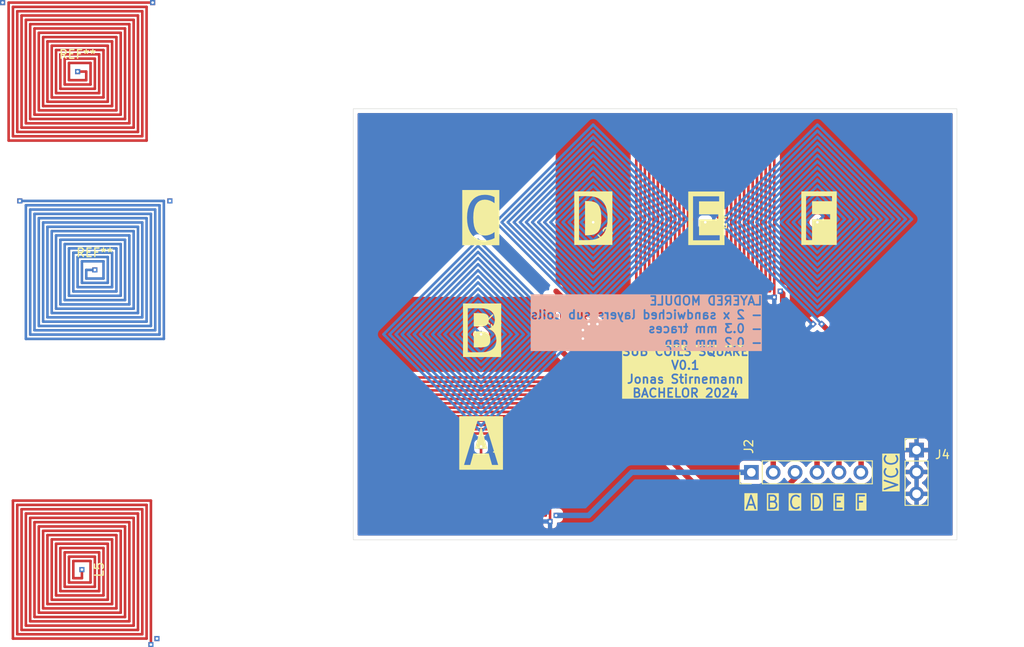
<source format=kicad_pcb>
(kicad_pcb (version 20240108) (generator "pcbnew") (generator_version "8.0")
  (layers (0 "F.Cu" signal) (1 "In1.Cu" signal) (2 "In2.Cu" signal) (31 "B.Cu" signal) (34 "B.Paste" user) (35 "F.Paste" user) (36 "B.SilkS" user "B.Silkscreen") (37 "F.SilkS" user "F.Silkscreen") (38 "B.Mask" user) (39 "F.Mask" user) (44 "Edge.Cuts" user))
  (net 0 "")
  (net 1 "/C")
  (net 2 "/E")
  (net 3 "/A")
  (net 4 "/B")
  (net 5 "/F")
  (net 6 "/D")
  (net 7 "VCC")
  (footprint "coil" (layer "F.Cu") (at 41.5 53)
    (property "Reference" "REF**" (at 0 -2 0) (layer "F.SilkS"))
    (property "Value" "coil")
    (fp_line (start -8.7 -8) (end 8 -8) (stroke (width 0.3)) (layer "B.Cu"))
    (fp_line (start -8 -7.5) (end 7.5 -7.5) (stroke (width 0.3)) (layer "B.Cu"))
    (fp_line (start -8 8) (end -8 -7.5) (stroke (width 0.3)) (layer "B.Cu"))
    (fp_line (start -7.5 -7) (end 7 -7) (stroke (width 0.3)) (layer "B.Cu"))
    (fp_line (start -7.5 7.5) (end -7.5 -7) (stroke (width 0.3)) (layer "B.Cu"))
    (fp_line (start -7 -6.5) (end 6.5 -6.5) (stroke (width 0.3)) (layer "B.Cu"))
    (fp_line (start -7 7) (end -7 -6.5) (stroke (width 0.3)) (layer "B.Cu"))
    (fp_line (start -6.5 -6) (end 6 -6) (stroke (width 0.3)) (layer "B.Cu"))
    (fp_line (start -6.5 6.5) (end -6.5 -6) (stroke (width 0.3)) (layer "B.Cu"))
    (fp_line (start -6 -5.5) (end 5.5 -5.5) (stroke (width 0.3)) (layer "B.Cu"))
    (fp_line (start -6 6) (end -6 -5.5) (stroke (width 0.3)) (layer "B.Cu"))
    (fp_line (start -5.5 -5) (end 5 -5) (stroke (width 0.3)) (layer "B.Cu"))
    (fp_line (start -5.5 5.5) (end -5.5 -5) (stroke (width 0.3)) (layer "B.Cu"))
    (fp_line (start -5 -4.5) (end 4.5 -4.5) (stroke (width 0.3)) (layer "B.Cu"))
    (fp_line (start -5 5) (end -5 -4.5) (stroke (width 0.3)) (layer "B.Cu"))
    (fp_line (start -4.5 -4) (end 4 -4) (stroke (width 0.3)) (layer "B.Cu"))
    (fp_line (start -4.5 4.5) (end -4.5 -4) (stroke (width 0.3)) (layer "B.Cu"))
    (fp_line (start -4 -3.5) (end 3.5 -3.5) (stroke (width 0.3)) (layer "B.Cu"))
    (fp_line (start -4 4) (end -4 -3.5) (stroke (width 0.3)) (layer "B.Cu"))
    (fp_line (start -3.5 -3) (end 3 -3) (stroke (width 0.3)) (layer "B.Cu"))
    (fp_line (start -3.5 3.5) (end -3.5 -3) (stroke (width 0.3)) (layer "B.Cu"))
    (fp_line (start -3 -2.5) (end 2.5 -2.5) (stroke (width 0.3)) (layer "B.Cu"))
    (fp_line (start -3 3) (end -3 -2.5) (stroke (width 0.3)) (layer "B.Cu"))
    (fp_line (start -2.5 -2) (end 2 -2) (stroke (width 0.3)) (layer "B.Cu"))
    (fp_line (start -2.5 2.5) (end -2.5 -2) (stroke (width 0.3)) (layer "B.Cu"))
    (fp_line (start -2 -1.5) (end 1.5 -1.5) (stroke (width 0.3)) (layer "B.Cu"))
    (fp_line (start -2 2) (end -2 -1.5) (stroke (width 0.3)) (layer "B.Cu"))
    (fp_line (start -1.5 -1) (end 1 -1) (stroke (width 0.3)) (layer "B.Cu"))
    (fp_line (start -1.5 1.5) (end -1.5 -1) (stroke (width 0.3)) (layer "B.Cu"))
    (fp_line (start -1 0) (end 0 0) (stroke (width 0.3)) (layer "B.Cu"))
    (fp_line (start -1 1) (end -1 0) (stroke (width 0.3)) (layer "B.Cu"))
    (fp_line (start 1 -1) (end 1 1) (stroke (width 0.3)) (layer "B.Cu"))
    (fp_line (start 1 1) (end -1 1) (stroke (width 0.3)) (layer "B.Cu"))
    (fp_line (start 1.5 -1.5) (end 1.5 1.5) (stroke (width 0.3)) (layer "B.Cu"))
    (fp_line (start 1.5 1.5) (end -1.5 1.5) (stroke (width 0.3)) (layer "B.Cu"))
    (fp_line (start 2 -2) (end 2 2) (stroke (width 0.3)) (layer "B.Cu"))
    (fp_line (start 2 2) (end -2 2) (stroke (width 0.3)) (layer "B.Cu"))
    (fp_line (start 2.5 -2.5) (end 2.5 2.5) (stroke (width 0.3)) (layer "B.Cu"))
    (fp_line (start 2.5 2.5) (end -2.5 2.5) (stroke (width 0.3)) (layer "B.Cu"))
    (fp_line (start 3 -3) (end 3 3) (stroke (width 0.3)) (layer "B.Cu"))
    (fp_line (start 3 3) (end -3 3) (stroke (width 0.3)) (layer "B.Cu"))
    (fp_line (start 3.5 -3.5) (end 3.5 3.5) (stroke (width 0.3)) (layer "B.Cu"))
    (fp_line (start 3.5 3.5) (end -3.5 3.5) (stroke (width 0.3)) (layer "B.Cu"))
    (fp_line (start 4 -4) (end 4 4) (stroke (width 0.3)) (layer "B.Cu"))
    (fp_line (start 4 4) (end -4 4) (stroke (width 0.3)) (layer "B.Cu"))
    (fp_line (start 4.5 -4.5) (end 4.5 4.5) (stroke (width 0.3)) (layer "B.Cu"))
    (fp_line (start 4.5 4.5) (end -4.5 4.5) (stroke (width 0.3)) (layer "B.Cu"))
    (fp_line (start 5 -5) (end 5 5) (stroke (width 0.3)) (layer "B.Cu"))
    (fp_line (start 5 5) (end -5 5) (stroke (width 0.3)) (layer "B.Cu"))
    (fp_line (start 5.5 -5.5) (end 5.5 5.5) (stroke (width 0.3)) (layer "B.Cu"))
    (fp_line (start 5.5 5.5) (end -5.5 5.5) (stroke (width 0.3)) (layer "B.Cu"))
    (fp_line (start 6 -6) (end 6 6) (stroke (width 0.3)) (layer "B.Cu"))
    (fp_line (start 6 6) (end -6 6) (stroke (width 0.3)) (layer "B.Cu"))
    (fp_line (start 6.5 -6.5) (end 6.5 6.5) (stroke (width 0.3)) (layer "B.Cu"))
    (fp_line (start 6.5 6.5) (end -6.5 6.5) (stroke (width 0.3)) (layer "B.Cu"))
    (fp_line (start 7 -7) (end 7 7) (stroke (width 0.3)) (layer "B.Cu"))
    (fp_line (start 7 7) (end -7 7) (stroke (width 0.3)) (layer "B.Cu"))
    (fp_line (start 7.5 -7.5) (end 7.5 7.5) (stroke (width 0.3)) (layer "B.Cu"))
    (fp_line (start 7.5 7.5) (end -7.5 7.5) (stroke (width 0.3)) (layer "B.Cu"))
    (fp_line (start 8 -8) (end 8 8) (stroke (width 0.3)) (layer "B.Cu"))
    (fp_line (start 8 8) (end -8 8) (stroke (width 0.3)) (layer "B.Cu"))
    (pad "1" thru_hole rect (at 0 0) (size 0.6 0.6) (drill 0.3) (layers "*.Cu" "*.Mask"))
    (pad "2" thru_hole rect (at 8.7 -8) (size 0.6 0.6) (drill 0.3) (layers "*.Cu" "*.Mask"))
    (pad "3" thru_hole rect (at -8.7 -8) (size 0.6 0.6) (drill 0.3) (layers "*.Cu" "*.Mask"))
  )
  (footprint "sub_coils:sub_coil" (layer "F.Cu") (at 86.285025 60.471317 -45)
    (property "Reference" "L3" (at 0 -2.000001 135) (layer "F.SilkS"))
    (property "Value" "sub_coil")
    (fp_line (start -8 8) (end -8 -7.5) (stroke (width 0.3)) (layer "B.Cu"))
    (fp_line (start -7.5 7.5) (end -7.499999 -7) (stroke (width 0.3)) (layer "B.Cu"))
    (fp_line (start -7 7) (end -7 -6.500001) (stroke (width 0.3)) (layer "B.Cu"))
    (fp_line (start -6.5 6.5) (end -6.5 -6) (stroke (width 0.3)) (layer "B.Cu"))
    (fp_line (start -6 6) (end -6 -5.5) (stroke (width 0.3)) (layer "B.Cu"))
    (fp_line (start -5.5 5.5) (end -5.5 -5) (stroke (width 0.3)) (layer "B.Cu"))
    (fp_line (start -5 5) (end -4.999999 -4.5) (stroke (width 0.3)) (layer "B.Cu"))
    (fp_line (start -4.5 4.5) (end -4.5 -4.000001) (stroke (width 0.3)) (layer "B.Cu"))
    (fp_line (start -4 4) (end -4 -3.5) (stroke (width 0.3)) (layer "B.Cu"))
    (fp_line (start -3.5 3.5) (end -3.5 -3) (stroke (width 0.3)) (layer "B.Cu"))
    (fp_line (start -3 3) (end -3 -2.5) (stroke (width 0.3)) (layer "B.Cu"))
    (fp_line (start -2.5 2.5) (end -2.5 -2.000001) (stroke (width 0.3)) (layer "B.Cu"))
    (fp_line (start -2 2) (end -2 -1.5) (stroke (width 0.3)) (layer "B.Cu"))
    (fp_line (start -1.5 1.5) (end -1.5 -1) (stroke (width 0.3)) (layer "B.Cu"))
    (fp_line (start -1 1) (end -1 0) (stroke (width 0.3)) (layer "B.Cu"))
    (fp_line (start -1 0) (end 0 0) (stroke (width 0.3)) (layer "B.Cu"))
    (fp_line (start -8 -7.5) (end 7.5 -7.5) (stroke (width 0.3)) (layer "B.Cu"))
    (fp_line (start -7.499999 -7) (end 7 -7) (stroke (width 0.3)) (layer "B.Cu"))
    (fp_line (start -7 -6.500001) (end 6.5 -6.5) (stroke (width 0.3)) (layer "B.Cu"))
    (fp_line (start -6.5 -6) (end 6 -6) (stroke (width 0.3)) (layer "B.Cu"))
    (fp_line (start -6 -5.5) (end 5.5 -5.5) (stroke (width 0.3)) (layer "B.Cu"))
    (fp_line (start -5.5 -5) (end 5 -5) (stroke (width 0.3)) (layer "B.Cu"))
    (fp_line (start -4.999999 -4.5) (end 4.5 -4.5) (stroke (width 0.3)) (layer "B.Cu"))
    (fp_line (start -4.5 -4.000001) (end 4 -4) (stroke (width 0.3)) (layer "B.Cu"))
    (fp_line (start -4 -3.5) (end 3.5 -3.5) (stroke (width 0.3)) (layer "B.Cu"))
    (fp_line (start -3.5 -3) (end 3 -3) (stroke (width 0.3)) (layer "B.Cu"))
    (fp_line (start -3 -2.5) (end 2.5 -2.5) (stroke (width 0.3)) (layer "B.Cu"))
    (fp_line (start -2.5 -2.000001) (end 2 -2) (stroke (width 0.3)) (layer "B.Cu"))
    (fp_line (start -2 -1.5) (end 1.5 -1.5) (stroke (width 0.3)) (layer "B.Cu"))
    (fp_line (start -1.5 -1) (end 1 -1) (stroke (width 0.3)) (layer "B.Cu"))
    (fp_line (start 1 1) (end -1 1) (stroke (width 0.3)) (layer "B.Cu"))
    (fp_line (start 1.5 1.5) (end -1.5 1.5) (stroke (width 0.3)) (layer "B.Cu"))
    (fp_line (start 2 2) (end -2 2) (stroke (width 0.3)) (layer "B.Cu"))
    (fp_line (start 2.5 2.5) (end -2.5 2.5) (stroke (width 0.3)) (layer "B.Cu"))
    (fp_line (start 3 3) (end -3 3) (stroke (width 0.3)) (layer "B.Cu"))
    (fp_line (start 3.5 3.5) (end -3.5 3.5) (stroke (width 0.3)) (layer "B.Cu"))
    (fp_line (start 4 4) (end -4 4) (stroke (width 0.3)) (layer "B.Cu"))
    (fp_line (start 4.5 4.5) (end -4.5 4.5) (stroke (width 0.3)) (layer "B.Cu"))
    (fp_line (start 5 5) (end -5 5) (stroke (width 0.3)) (layer "B.Cu"))
    (fp_line (start 5.5 5.5) (end -5.5 5.5) (stroke (width 0.3)) (layer "B.Cu"))
    (fp_line (start 6 6) (end -6 6) (stroke (width 0.3)) (layer "B.Cu"))
    (fp_line (start 6.5 6.5) (end -6.5 6.5) (stroke (width 0.3)) (layer "B.Cu"))
    (fp_line (start 7 7) (end -7 7) (stroke (width 0.3)) (layer "B.Cu"))
    (fp_line (start 7.5 7.5) (end -7.5 7.5) (stroke (width 0.3)) (layer "B.Cu"))
    (fp_line (start 8 8) (end -8 8) (stroke (width 0.3)) (layer "B.Cu"))
    (fp_line (start 1 -1) (end 1 1) (stroke (width 0.3)) (layer "B.Cu"))
    (fp_line (start 1.5 -1.5) (end 1.5 1.5) (stroke (width 0.3)) (layer "B.Cu"))
    (fp_line (start 2 -2) (end 2 2) (stroke (width 0.3)) (layer "B.Cu"))
    (fp_line (start 2.5 -2.5) (end 2.5 2.5) (stroke (width 0.3)) (layer "B.Cu"))
    (fp_line (start 3 -3) (end 3 3) (stroke (width 0.3)) (layer "B.Cu"))
    (fp_line (start 3.5 -3.5) (end 3.5 3.5) (stroke (width 0.3)) (layer "B.Cu"))
    (fp_line (start 4 -4) (end 4 4) (stroke (width 0.3)) (layer "B.Cu"))
    (fp_line (start 4.5 -4.5) (end 4.5 4.5) (stroke (width 0.3)) (layer "B.Cu"))
    (fp_line (start 5 -5) (end 5 5) (stroke (width 0.3)) (layer "B.Cu"))
    (fp_line (start 5.5 -5.5) (end 5.5 5.5) (stroke (width 0.3)) (layer "B.Cu"))
    (fp_line (start 6 -6) (end 6 6) (stroke (width 0.3)) (layer "B.Cu"))
    (fp_line (start 6.5 -6.5) (end 6.5 6.5) (stroke (width 0.3)) (layer "B.Cu"))
    (fp_line (start 7 -7) (end 7 7) (stroke (width 0.3)) (layer "B.Cu"))
    (fp_line (start 7.5 -7.5) (end 7.5 7.5) (stroke (width 0.3)) (layer "B.Cu"))
    (fp_line (start 8 -8.7) (end 8 8) (stroke (width 0.3)) (layer "B.Cu"))
    (pad "" thru_hole rect (at 0 0 315) (size 0.6 0.6) (drill 0.3) (layers "*.Cu" "*.Mask"))
    (pad "1" thru_hole rect (at 8.7 -8 315) (size 0.6 0.6) (drill 0.3) (layers "*.Cu" "*.Mask") (net 7 "VCC"))
    (pad "2" thru_hole rect (at 8 -8.7 315) (size 0.6 0.6) (drill 0.3) (layers "*.Cu" "*.Mask") (net 4 "/B"))
  )
  (footprint "coil" (layer "F.Cu") (at 39.5 30)
    (property "Reference" "REF**" (at 0 -2 0) (layer "F.SilkS"))
    (property "Value" "coil")
    (fp_line (start -8 -8) (end -8 8) (stroke (width 0.3)) (layer "F.Cu"))
    (fp_line (start -8 8) (end 8 8) (stroke (width 0.3)) (layer "F.Cu"))
    (fp_line (start -7.5 -7.5) (end -7.5 7.5) (stroke (width 0.3)) (layer "F.Cu"))
    (fp_line (start -7.5 7.5) (end 7.5 7.5) (stroke (width 0.3)) (layer "F.Cu"))
    (fp_line (start -7 -7) (end -7 7) (stroke (width 0.3)) (layer "F.Cu"))
    (fp_line (start -7 7) (end 7 7) (stroke (width 0.3)) (layer "F.Cu"))
    (fp_line (start -6.5 -6.5) (end -6.5 6.5) (stroke (width 0.3)) (layer "F.Cu"))
    (fp_line (start -6.5 6.5) (end 6.5 6.5) (stroke (width 0.3)) (layer "F.Cu"))
    (fp_line (start -6 -6) (end -6 6) (stroke (width 0.3)) (layer "F.Cu"))
    (fp_line (start -6 6) (end 6 6) (stroke (width 0.3)) (layer "F.Cu"))
    (fp_line (start -5.5 -5.5) (end -5.5 5.5) (stroke (width 0.3)) (layer "F.Cu"))
    (fp_line (start -5.5 5.5) (end 5.5 5.5) (stroke (width 0.3)) (layer "F.Cu"))
    (fp_line (start -5 -5) (end -5 5) (stroke (width 0.3)) (layer "F.Cu"))
    (fp_line (start -5 5) (end 5 5) (stroke (width 0.3)) (layer "F.Cu"))
    (fp_line (start -4.5 -4.5) (end -4.5 4.5) (stroke (width 0.3)) (layer "F.Cu"))
    (fp_line (start -4.5 4.5) (end 4.5 4.5) (stroke (width 0.3)) (layer "F.Cu"))
    (fp_line (start -4 -4) (end -4 4) (stroke (width 0.3)) (layer "F.Cu"))
    (fp_line (start -4 4) (end 4 4) (stroke (width 0.3)) (layer "F.Cu"))
    (fp_line (start -3.5 -3.5) (end -3.5 3.5) (stroke (width 0.3)) (layer "F.Cu"))
    (fp_line (start -3.5 3.5) (end 3.5 3.5) (stroke (width 0.3)) (layer "F.Cu"))
    (fp_line (start -3 -3) (end -3 3) (stroke (width 0.3)) (layer "F.Cu"))
    (fp_line (start -3 3) (end 3 3) (stroke (width 0.3)) (layer "F.Cu"))
    (fp_line (start -2.5 -2.5) (end -2.5 2.5) (stroke (width 0.3)) (layer "F.Cu"))
    (fp_line (start -2.5 2.5) (end 2.5 2.5) (stroke (width 0.3)) (layer "F.Cu"))
    (fp_line (start -2 -2) (end -2 2) (stroke (width 0.3)) (layer "F.Cu"))
    (fp_line (start -2 2) (end 2 2) (stroke (width 0.3)) (layer "F.Cu"))
    (fp_line (start -1.5 -1.5) (end -1.5 1.5) (stroke (width 0.3)) (layer "F.Cu"))
    (fp_line (start -1.5 1.5) (end 1.5 1.5) (stroke (width 0.3)) (layer "F.Cu"))
    (fp_line (start -1 -1) (end -1 1) (stroke (width 0.3)) (layer "F.Cu"))
    (fp_line (start -1 1) (end 1 1) (stroke (width 0.3)) (layer "F.Cu"))
    (fp_line (start 1 0) (end 0 0) (stroke (width 0.3)) (layer "F.Cu"))
    (fp_line (start 1 1) (end 1 0) (stroke (width 0.3)) (layer "F.Cu"))
    (fp_line (start 1.5 -1) (end -1 -1) (stroke (width 0.3)) (layer "F.Cu"))
    (fp_line (start 1.5 1.5) (end 1.5 -1) (stroke (width 0.3)) (layer "F.Cu"))
    (fp_line (start 2 -1.5) (end -1.5 -1.5) (stroke (width 0.3)) (layer "F.Cu"))
    (fp_line (start 2 2) (end 2 -1.5) (stroke (width 0.3)) (layer "F.Cu"))
    (fp_line (start 2.5 -2) (end -2 -2) (stroke (width 0.3)) (layer "F.Cu"))
    (fp_line (start 2.5 2.5) (end 2.5 -2) (stroke (width 0.3)) (layer "F.Cu"))
    (fp_line (start 3 -2.5) (end -2.5 -2.5) (stroke (width 0.3)) (layer "F.Cu"))
    (fp_line (start 3 3) (end 3 -2.5) (stroke (width 0.3)) (layer "F.Cu"))
    (fp_line (start 3.5 -3) (end -3 -3) (stroke (width 0.3)) (layer "F.Cu"))
    (fp_line (start 3.5 3.5) (end 3.5 -3) (stroke (width 0.3)) (layer "F.Cu"))
    (fp_line (start 4 -3.5) (end -3.5 -3.5) (stroke (width 0.3)) (layer "F.Cu"))
    (fp_line (start 4 4) (end 4 -3.5) (stroke (width 0.3)) (layer "F.Cu"))
    (fp_line (start 4.5 -4) (end -4 -4) (stroke (width 0.3)) (layer "F.Cu"))
    (fp_line (start 4.5 4.5) (end 4.5 -4) (stroke (width 0.3)) (layer "F.Cu"))
    (fp_line (start 5 -4.5) (end -4.5 -4.5) (stroke (width 0.3)) (layer "F.Cu"))
    (fp_line (start 5 5) (end 5 -4.5) (stroke (width 0.3)) (layer "F.Cu"))
    (fp_line (start 5.5 -5) (end -5 -5) (stroke (width 0.3)) (layer "F.Cu"))
    (fp_line (start 5.5 5.5) (end 5.5 -5) (stroke (width 0.3)) (layer "F.Cu"))
    (fp_line (start 6 -5.5) (end -5.5 -5.5) (stroke (width 0.3)) (layer "F.Cu"))
    (fp_line (start 6 6) (end 6 -5.5) (stroke (width 0.3)) (layer "F.Cu"))
    (fp_line (start 6.5 -6) (end -6 -6) (stroke (width 0.3)) (layer "F.Cu"))
    (fp_line (start 6.5 6.5) (end 6.5 -6) (stroke (width 0.3)) (layer "F.Cu"))
    (fp_line (start 7 -6.5) (end -6.5 -6.5) (stroke (width 0.3)) (layer "F.Cu"))
    (fp_line (start 7 7) (end 7 -6.5) (stroke (width 0.3)) (layer "F.Cu"))
    (fp_line (start 7.5 -7) (end -7 -7) (stroke (width 0.3)) (layer "F.Cu"))
    (fp_line (start 7.5 7.5) (end 7.5 -7) (stroke (width 0.3)) (layer "F.Cu"))
    (fp_line (start 8 -7.5) (end -7.5 -7.5) (stroke (width 0.3)) (layer "F.Cu"))
    (fp_line (start 8 8) (end 8 -7.5) (stroke (width 0.3)) (layer "F.Cu"))
    (fp_line (start 8.7 -8) (end -8 -8) (stroke (width 0.3)) (layer "F.Cu"))
    (pad "1" thru_hole rect (at 0 0) (size 0.6 0.6) (drill 0.3) (layers "*.Cu" "*.Mask"))
    (pad "2" thru_hole rect (at 8.7 -8) (size 0.6 0.6) (drill 0.3) (layers "*.Cu" "*.Mask"))
    (pad "3" thru_hole rect (at -8.7 -8) (size 0.6 0.6) (drill 0.3) (layers "*.Cu" "*.Mask"))
  )
  (footprint "Connector_PinHeader_2.54mm:PinHeader_1x06_P2.54mm_Vertical" (layer "F.Cu") (at 117.625025 76.471317 90)
    (property "Reference" "J2" (at 3 -0.3 90) (layer "F.SilkS"))
    (property "Value" "Conn_01x06_Pin")
    (fp_line (start -1.33 -1.33) (end 0 -1.33) (stroke (width 0.12)) (layer "F.SilkS"))
    (fp_line (start -1.33 0) (end -1.33 -1.33) (stroke (width 0.12)) (layer "F.SilkS"))
    (fp_line (start 1.33 1.27) (end 1.33 14.03) (stroke (width 0.12)) (layer "F.SilkS"))
    (fp_line (start -1.33 1.27) (end 1.33 1.27) (stroke (width 0.12)) (layer "F.SilkS"))
    (fp_line (start -1.33 1.27) (end -1.33 14.03) (stroke (width 0.12)) (layer "F.SilkS"))
    (fp_line (start -1.33 14.03) (end 1.33 14.03) (stroke (width 0.12)) (layer "F.SilkS"))
    (pad "1" thru_hole rect (at 0 0 90) (size 1.7 1.7) (drill 1) (layers "*.Cu" "*.Mask") (net 3 "/A"))
    (pad "2" thru_hole oval (at 0 2.54 90) (size 1.7 1.7) (drill 1) (layers "*.Cu" "*.Mask") (net 4 "/B"))
    (pad "3" thru_hole oval (at 0 5.08 90) (size 1.7 1.7) (drill 1) (layers "*.Cu" "*.Mask") (net 1 "/C"))
    (pad "4" thru_hole oval (at 0 7.62 90) (size 1.7 1.7) (drill 1) (layers "*.Cu" "*.Mask") (net 6 "/D"))
    (pad "5" thru_hole oval (at 0 10.16 90) (size 1.7 1.7) (drill 1) (layers "*.Cu" "*.Mask") (net 2 "/E"))
    (pad "6" thru_hole oval (at 0 12.7 90) (size 1.7 1.7) (drill 1) (layers "*.Cu" "*.Mask") (net 5 "/F"))
  )
  (footprint "sub_coils:sub_coil" (layer "F.Cu") (at 125.285025 47.471317 -135)
    (property "Reference" "L6" (at 0 -2.000001 45) (layer "F.SilkS"))
    (property "Value" "sub_coil")
    (fp_line (start 8 8) (end -8 8) (stroke (width 0.3)) (layer "B.Cu"))
    (fp_line (start 7.5 7.5) (end -7.5 7.5) (stroke (width 0.3)) (layer "B.Cu"))
    (fp_line (start 7 7) (end -7 7) (stroke (width 0.3)) (layer "B.Cu"))
    (fp_line (start 6.5 6.5) (end -6.5 6.5) (stroke (width 0.3)) (layer "B.Cu"))
    (fp_line (start 6 6) (end -6 6) (stroke (width 0.3)) (layer "B.Cu"))
    (fp_line (start 5.5 5.5) (end -5.5 5.5) (stroke (width 0.3)) (layer "B.Cu"))
    (fp_line (start 5 5) (end -5 5) (stroke (width 0.3)) (layer "B.Cu"))
    (fp_line (start 4.5 4.5) (end -4.5 4.5) (stroke (width 0.3)) (layer "B.Cu"))
    (fp_line (start 4 4) (end -4 4) (stroke (width 0.3)) (layer "B.Cu"))
    (fp_line (start 3.5 3.5) (end -3.5 3.5) (stroke (width 0.3)) (layer "B.Cu"))
    (fp_line (start 3 3) (end -3 3) (stroke (width 0.3)) (layer "B.Cu"))
    (fp_line (start 2.5 2.5) (end -2.5 2.5) (stroke (width 0.3)) (layer "B.Cu"))
    (fp_line (start 2 2) (end -2 2) (stroke (width 0.3)) (layer "B.Cu"))
    (fp_line (start 1.5 1.5) (end -1.5 1.5) (stroke (width 0.3)) (layer "B.Cu"))
    (fp_line (start 1 1) (end -1 1) (stroke (width 0.3)) (layer "B.Cu"))
    (fp_line (start -8 8) (end -8 -7.5) (stroke (width 0.3)) (layer "B.Cu"))
    (fp_line (start -7.5 7.5) (end -7.499999 -7) (stroke (width 0.3)) (layer "B.Cu"))
    (fp_line (start -7 7) (end -7 -6.500001) (stroke (width 0.3)) (layer "B.Cu"))
    (fp_line (start -6.5 6.5) (end -6.5 -6) (stroke (width 0.3)) (layer "B.Cu"))
    (fp_line (start -6 6) (end -6 -5.5) (stroke (width 0.3)) (layer "B.Cu"))
    (fp_line (start -5.5 5.5) (end -5.5 -5) (stroke (width 0.3)) (layer "B.Cu"))
    (fp_line (start -5 5) (end -4.999999 -4.5) (stroke (width 0.3)) (layer "B.Cu"))
    (fp_line (start -4.5 4.5) (end -4.5 -4.000001) (stroke (width 0.3)) (layer "B.Cu"))
    (fp_line (start -4 4) (end -4 -3.5) (stroke (width 0.3)) (layer "B.Cu"))
    (fp_line (start -3.5 3.5) (end -3.5 -3) (stroke (width 0.3)) (layer "B.Cu"))
    (fp_line (start -3 3) (end -3 -2.5) (stroke (width 0.3)) (layer "B.Cu"))
    (fp_line (start -2.5 2.5) (end -2.5 -2.000001) (stroke (width 0.3)) (layer "B.Cu"))
    (fp_line (start -2 2) (end -2 -1.5) (stroke (width 0.3)) (layer "B.Cu"))
    (fp_line (start -1.5 1.5) (end -1.5 -1) (stroke (width 0.3)) (layer "B.Cu"))
    (fp_line (start -1 1) (end -1 0) (stroke (width 0.3)) (layer "B.Cu"))
    (fp_line (start 1 -1) (end 1 1) (stroke (width 0.3)) (layer "B.Cu"))
    (fp_line (start 1.5 -1.5) (end 1.5 1.5) (stroke (width 0.3)) (layer "B.Cu"))
    (fp_line (start 2 -2) (end 2 2) (stroke (width 0.3)) (layer "B.Cu"))
    (fp_line (start 2.5 -2.5) (end 2.5 2.5) (stroke (width 0.3)) (layer "B.Cu"))
    (fp_line (start 3 -3) (end 3 3) (stroke (width 0.3)) (layer "B.Cu"))
    (fp_line (start 3.5 -3.5) (end 3.5 3.5) (stroke (width 0.3)) (layer "B.Cu"))
    (fp_line (start 4 -4) (end 4 4) (stroke (width 0.3)) (layer "B.Cu"))
    (fp_line (start 4.5 -4.5) (end 4.5 4.5) (stroke (width 0.3)) (layer "B.Cu"))
    (fp_line (start 5 -5) (end 5 5) (stroke (width 0.3)) (layer "B.Cu"))
    (fp_line (start 5.5 -5.5) (end 5.5 5.5) (stroke (width 0.3)) (layer "B.Cu"))
    (fp_line (start 6 -6) (end 6 6) (stroke (width 0.3)) (layer "B.Cu"))
    (fp_line (start 6.5 -6.5) (end 6.5 6.5) (stroke (width 0.3)) (layer "B.Cu"))
    (fp_line (start 7 -7) (end 7 7) (stroke (width 0.3)) (layer "B.Cu"))
    (fp_line (start 7.5 -7.5) (end 7.5 7.5) (stroke (width 0.3)) (layer "B.Cu"))
    (fp_line (start 8 -8.7) (end 8 8) (stroke (width 0.3)) (layer "B.Cu"))
    (fp_line (start -1 0) (end 0 0) (stroke (width 0.3)) (layer "B.Cu"))
    (fp_line (start -1.5 -1) (end 1 -1) (stroke (width 0.3)) (layer "B.Cu"))
    (fp_line (start -2 -1.5) (end 1.5 -1.5) (stroke (width 0.3)) (layer "B.Cu"))
    (fp_line (start -2.5 -2.000001) (end 2 -2) (stroke (width 0.3)) (layer "B.Cu"))
    (fp_line (start -3 -2.5) (end 2.5 -2.5) (stroke (width 0.3)) (layer "B.Cu"))
    (fp_line (start -3.5 -3) (end 3 -3) (stroke (width 0.3)) (layer "B.Cu"))
    (fp_line (start -4 -3.5) (end 3.5 -3.5) (stroke (width 0.3)) (layer "B.Cu"))
    (fp_line (start -4.5 -4.000001) (end 4 -4) (stroke (width 0.3)) (layer "B.Cu"))
    (fp_line (start -4.999999 -4.5) (end 4.5 -4.5) (stroke (width 0.3)) (layer "B.Cu"))
    (fp_line (start -5.5 -5) (end 5 -5) (stroke (width 0.3)) (layer "B.Cu"))
    (fp_line (start -6 -5.5) (end 5.5 -5.5) (stroke (width 0.3)) (layer "B.Cu"))
    (fp_line (start -6.5 -6) (end 6 -6) (stroke (width 0.3)) (layer "B.Cu"))
    (fp_line (start -7 -6.500001) (end 6.5 -6.5) (stroke (width 0.3)) (layer "B.Cu"))
    (fp_line (start -7.499999 -7) (end 7 -7) (stroke (width 0.3)) (layer "B.Cu"))
    (fp_line (start -8 -7.5) (end 7.5 -7.5) (stroke (width 0.3)) (layer "B.Cu"))
    (pad "" thru_hole rect (at 0 0 225) (size 0.6 0.6) (drill 0.3) (layers "*.Cu" "*.Mask"))
    (pad "1" thru_hole rect (at 8.7 -8 225) (size 0.6 0.6) (drill 0.3) (layers "*.Cu" "*.Mask") (net 7 "VCC"))
    (pad "2" thru_hole rect (at 8 -8.7 225) (size 0.6 0.6) (drill 0.3) (layers "*.Cu" "*.Mask") (net 5 "/F"))
  )
  (footprint "sub_coils:top_coil" (layer "F.Cu") (at 86.285025 73.471317 -90)
    (property "Reference" "L1" (at 0 -2 90) (layer "F.SilkS"))
    (property "Value" "top_coil")
    (fp_line (start -8 8) (end 8 8) (stroke (width 0.3)) (layer "F.Cu"))
    (fp_line (start 8 8) (end 8 -7.5) (stroke (width 0.3)) (layer "F.Cu"))
    (fp_line (start -7.5 7.5) (end 7.5 7.5) (stroke (width 0.3)) (layer "F.Cu"))
    (fp_line (start 7.5 7.5) (end 7.5 -7) (stroke (width 0.3)) (layer "F.Cu"))
    (fp_line (start -7 7) (end 7 7) (stroke (width 0.3)) (layer "F.Cu"))
    (fp_line (start 7 7) (end 7 -6.5) (stroke (width 0.3)) (layer "F.Cu"))
    (fp_line (start -6.5 6.5) (end 6.5 6.5) (stroke (width 0.3)) (layer "F.Cu"))
    (fp_line (start 6.5 6.5) (end 6.5 -6) (stroke (width 0.3)) (layer "F.Cu"))
    (fp_line (start -6 6) (end 6 6) (stroke (width 0.3)) (layer "F.Cu"))
    (fp_line (start 6 6) (end 6 -5.5) (stroke (width 0.3)) (layer "F.Cu"))
    (fp_line (start -5.5 5.5) (end 5.5 5.5) (stroke (width 0.3)) (layer "F.Cu"))
    (fp_line (start 5.5 5.5) (end 5.5 -5) (stroke (width 0.3)) (layer "F.Cu"))
    (fp_line (start -5 5) (end 5 5) (stroke (width 0.3)) (layer "F.Cu"))
    (fp_line (start 5 5) (end 5 -4.5) (stroke (width 0.3)) (layer "F.Cu"))
    (fp_line (start -4.5 4.5) (end 4.5 4.5) (stroke (width 0.3)) (layer "F.Cu"))
    (fp_line (start 4.5 4.5) (end 4.5 -4) (stroke (width 0.3)) (layer "F.Cu"))
    (fp_line (start -4 4) (end 4 4) (stroke (width 0.3)) (layer "F.Cu"))
    (fp_line (start 4 4) (end 4 -3.5) (stroke (width 0.3)) (layer "F.Cu"))
    (fp_line (start -3.5 3.5) (end 3.5 3.5) (stroke (width 0.3)) (layer "F.Cu"))
    (fp_line (start 3.5 3.5) (end 3.5 -3) (stroke (width 0.3)) (layer "F.Cu"))
    (fp_line (start -3 3) (end 3 3) (stroke (width 0.3)) (layer "F.Cu"))
    (fp_line (start 3 3) (end 3 -2.5) (stroke (width 0.3)) (layer "F.Cu"))
    (fp_line (start -2.5 2.5) (end 2.5 2.5) (stroke (width 0.3)) (layer "F.Cu"))
    (fp_line (start 2.5 2.5) (end 2.5 -2) (stroke (width 0.3)) (layer "F.Cu"))
    (fp_line (start -2 2) (end 2 2) (stroke (width 0.3)) (layer "F.Cu"))
    (fp_line (start 2 2) (end 2 -1.5) (stroke (width 0.3)) (layer "F.Cu"))
    (fp_line (start -1.5 1.5) (end 1.5 1.5) (stroke (width 0.3)) (layer "F.Cu"))
    (fp_line (start 1.5 1.5) (end 1.5 -1) (stroke (width 0.3)) (layer "F.Cu"))
    (fp_line (start -1 1) (end 1 1) (stroke (width 0.3)) (layer "F.Cu"))
    (fp_line (start 1 1) (end 1 0) (stroke (width 0.3)) (layer "F.Cu"))
    (fp_line (start 1 0) (end 0 0) (stroke (width 0.3)) (layer "F.Cu"))
    (fp_line (start -1 -1) (end -1 1) (stroke (width 0.3)) (layer "F.Cu"))
    (fp_line (start 1.5 -1) (end -1 -1) (stroke (width 0.3)) (layer "F.Cu"))
    (fp_line (start -1.5 -1.5) (end -1.5 1.5) (stroke (width 0.3)) (layer "F.Cu"))
    (fp_line (start 2 -1.5) (end -1.5 -1.5) (stroke (width 0.3)) (layer "F.Cu"))
    (fp_line (start -2 -2) (end -2 2) (stroke (width 0.3)) (layer "F.Cu"))
    (fp_line (start 2.5 -2) (end -2 -2) (stroke (width 0.3)) (layer "F.Cu"))
    (fp_line (start -2.5 -2.5) (end -2.5 2.5) (stroke (width 0.3)) (layer "F.Cu"))
    (fp_line (start 3 -2.5) (end -2.5 -2.5) (stroke (width 0.3)) (layer "F.Cu"))
    (fp_line (start -3 -3) (end -3 3) (stroke (width 0.3)) (layer "F.Cu"))
    (fp_line (start 3.5 -3) (end -3 -3) (stroke (width 0.3)) (layer "F.Cu"))
    (fp_line (start -3.5 -3.5) (end -3.5 3.5) (stroke (width 0.3)) (layer "F.Cu"))
    (fp_line (start 4 -3.5) (end -3.5 -3.5) (stroke (width 0.3)) (layer "F.Cu"))
    (fp_line (start -4 -4) (end -4 4) (stroke (width 0.3)) (layer "F.Cu"))
    (fp_line (start 4.5 -4) (end -4 -4) (stroke (width 0.3)) (layer "F.Cu"))
    (fp_line (start -4.5 -4.5) (end -4.5 4.5) (stroke (width 0.3)) (layer "F.Cu"))
    (fp_line (start 5 -4.5) (end -4.5 -4.5) (stroke (width 0.3)) (layer "F.Cu"))
    (fp_line (start -5 -5) (end -5 5) (stroke (width 0.3)) (layer "F.Cu"))
    (fp_line (start 5.5 -5) (end -5 -5) (stroke (width 0.3)) (layer "F.Cu"))
    (fp_line (start -5.5 -5.5) (end -5.5 5.5) (stroke (width 0.3)) (layer "F.Cu"))
    (fp_line (start 6 -5.5) (end -5.5 -5.5) (stroke (width 0.3)) (layer "F.Cu"))
    (fp_line (start -6 -6) (end -6 6) (stroke (width 0.3)) (layer "F.Cu"))
    (fp_line (start 6.5 -6) (end -6 -6) (stroke (width 0.3)) (layer "F.Cu"))
    (fp_line (start -6.5 -6.5) (end -6.5 6.5) (stroke (width 0.3)) (layer "F.Cu"))
    (fp_line (start 7 -6.5) (end -6.5 -6.5) (stroke (width 0.3)) (layer "F.Cu"))
    (fp_line (start -7 -7) (end -7 7) (stroke (width 0.3)) (layer "F.Cu"))
    (fp_line (start 7.5 -7) (end -7 -7) (stroke (width 0.3)) (layer "F.Cu"))
    (fp_line (start -7.5 -7.5) (end -7.5 7.5) (stroke (width 0.3)) (layer "F.Cu"))
    (fp_line (start 8 -7.5) (end -7.5 -7.5) (stroke (width 0.3)) (layer "F.Cu"))
    (fp_line (start -8 -8) (end -8 8) (stroke (width 0.3)) (layer "F.Cu"))
    (fp_line (start 8.7 -8) (end -8 -8) (stroke (width 0.3)) (layer "F.Cu"))
    (pad "" thru_hole rect (at 0 0 270) (size 0.6 0.6) (drill 0.3) (layers "*.Cu" "*.Mask"))
    (pad "1" thru_hole rect (at 8.7 -8 270) (size 0.6 0.6) (drill 0.3) (layers "*.Cu" "*.Mask") (net 7 "VCC"))
    (pad "2" thru_hole rect (at 8 -8.7 270) (size 0.6 0.6) (drill 0.3) (layers "*.Cu" "*.Mask") (net 3 "/A"))
  )
  (footprint "sub_coils:top_coil" (layer "F.Cu") (at 40 87.75 -90)
    (property "Reference" "L5" (at 0 -2 90) (layer "F.SilkS"))
    (property "Value" "top_coil")
    (fp_line (start -8 8) (end 8 8) (stroke (width 0.3)) (layer "F.Cu"))
    (fp_line (start 8 8) (end 8 -7.5) (stroke (width 0.3)) (layer "F.Cu"))
    (fp_line (start -7.5 7.5) (end 7.5 7.5) (stroke (width 0.3)) (layer "F.Cu"))
    (fp_line (start 7.5 7.5) (end 7.5 -7) (stroke (width 0.3)) (layer "F.Cu"))
    (fp_line (start -7 7) (end 7 7) (stroke (width 0.3)) (layer "F.Cu"))
    (fp_line (start 7 7) (end 7 -6.5) (stroke (width 0.3)) (layer "F.Cu"))
    (fp_line (start -6.5 6.5) (end 6.5 6.5) (stroke (width 0.3)) (layer "F.Cu"))
    (fp_line (start 6.5 6.5) (end 6.5 -6) (stroke (width 0.3)) (layer "F.Cu"))
    (fp_line (start -6 6) (end 6 6) (stroke (width 0.3)) (layer "F.Cu"))
    (fp_line (start 6 6) (end 6 -5.5) (stroke (width 0.3)) (layer "F.Cu"))
    (fp_line (start -5.5 5.5) (end 5.5 5.5) (stroke (width 0.3)) (layer "F.Cu"))
    (fp_line (start 5.5 5.5) (end 5.5 -5) (stroke (width 0.3)) (layer "F.Cu"))
    (fp_line (start -5 5) (end 5 5) (stroke (width 0.3)) (layer "F.Cu"))
    (fp_line (start 5 5) (end 5 -4.5) (stroke (width 0.3)) (layer "F.Cu"))
    (fp_line (start -4.5 4.5) (end 4.5 4.5) (stroke (width 0.3)) (layer "F.Cu"))
    (fp_line (start 4.5 4.5) (end 4.5 -4) (stroke (width 0.3)) (layer "F.Cu"))
    (fp_line (start -4 4) (end 4 4) (stroke (width 0.3)) (layer "F.Cu"))
    (fp_line (start 4 4) (end 4 -3.5) (stroke (width 0.3)) (layer "F.Cu"))
    (fp_line (start -3.5 3.5) (end 3.5 3.5) (stroke (width 0.3)) (layer "F.Cu"))
    (fp_line (start 3.5 3.5) (end 3.5 -3) (stroke (width 0.3)) (layer "F.Cu"))
    (fp_line (start -3 3) (end 3 3) (stroke (width 0.3)) (layer "F.Cu"))
    (fp_line (start 3 3) (end 3 -2.5) (stroke (width 0.3)) (layer "F.Cu"))
    (fp_line (start -2.5 2.5) (end 2.5 2.5) (stroke (width 0.3)) (layer "F.Cu"))
    (fp_line (start 2.5 2.5) (end 2.5 -2) (stroke (width 0.3)) (layer "F.Cu"))
    (fp_line (start -2 2) (end 2 2) (stroke (width 0.3)) (layer "F.Cu"))
    (fp_line (start 2 2) (end 2 -1.5) (stroke (width 0.3)) (layer "F.Cu"))
    (fp_line (start -1.5 1.5) (end 1.5 1.5) (stroke (width 0.3)) (layer "F.Cu"))
    (fp_line (start 1.5 1.5) (end 1.5 -1) (stroke (width 0.3)) (layer "F.Cu"))
    (fp_line (start -1 1) (end 1 1) (stroke (width 0.3)) (layer "F.Cu"))
    (fp_line (start 1 1) (end 1 0) (stroke (width 0.3)) (layer "F.Cu"))
    (fp_line (start 1 0) (end 0 0) (stroke (width 0.3)) (layer "F.Cu"))
    (fp_line (start -1 -1) (end -1 1) (stroke (width 0.3)) (layer "F.Cu"))
    (fp_line (start 1.5 -1) (end -1 -1) (stroke (width 0.3)) (layer "F.Cu"))
    (fp_line (start -1.5 -1.5) (end -1.5 1.5) (stroke (width 0.3)) (layer "F.Cu"))
    (fp_line (start 2 -1.5) (end -1.5 -1.5) (stroke (width 0.3)) (layer "F.Cu"))
    (fp_line (start -2 -2) (end -2 2) (stroke (width 0.3)) (layer "F.Cu"))
    (fp_line (start 2.5 -2) (end -2 -2) (stroke (width 0.3)) (layer "F.Cu"))
    (fp_line (start -2.5 -2.5) (end -2.5 2.5) (stroke (width 0.3)) (layer "F.Cu"))
    (fp_line (start 3 -2.5) (end -2.5 -2.5) (stroke (width 0.3)) (layer "F.Cu"))
    (fp_line (start -3 -3) (end -3 3) (stroke (width 0.3)) (layer "F.Cu"))
    (fp_line (start 3.5 -3) (end -3 -3) (stroke (width 0.3)) (layer "F.Cu"))
    (fp_line (start -3.5 -3.5) (end -3.5 3.5) (stroke (width 0.3)) (layer "F.Cu"))
    (fp_line (start 4 -3.5) (end -3.5 -3.5) (stroke (width 0.3)) (layer "F.Cu"))
    (fp_line (start -4 -4) (end -4 4) (stroke (width 0.3)) (layer "F.Cu"))
    (fp_line (start 4.5 -4) (end -4 -4) (stroke (width 0.3)) (layer "F.Cu"))
    (fp_line (start -4.5 -4.5) (end -4.5 4.5) (stroke (width 0.3)) (layer "F.Cu"))
    (fp_line (start 5 -4.5) (end -4.5 -4.5) (stroke (width 0.3)) (layer "F.Cu"))
    (fp_line (start -5 -5) (end -5 5) (stroke (width 0.3)) (layer "F.Cu"))
    (fp_line (start 5.5 -5) (end -5 -5) (stroke (width 0.3)) (layer "F.Cu"))
    (fp_line (start -5.5 -5.5) (end -5.5 5.5) (stroke (width 0.3)) (layer "F.Cu"))
    (fp_line (start 6 -5.5) (end -5.5 -5.5) (stroke (width 0.3)) (layer "F.Cu"))
    (fp_line (start -6 -6) (end -6 6) (stroke (width 0.3)) (layer "F.Cu"))
    (fp_line (start 6.5 -6) (end -6 -6) (stroke (width 0.3)) (layer "F.Cu"))
    (fp_line (start -6.5 -6.5) (end -6.5 6.5) (stroke (width 0.3)) (layer "F.Cu"))
    (fp_line (start 7 -6.5) (end -6.5 -6.5) (stroke (width 0.3)) (layer "F.Cu"))
    (fp_line (start -7 -7) (end -7 7) (stroke (width 0.3)) (layer "F.Cu"))
    (fp_line (start 7.5 -7) (end -7 -7) (stroke (width 0.3)) (layer "F.Cu"))
    (fp_line (start -7.5 -7.5) (end -7.5 7.5) (stroke (width 0.3)) (layer "F.Cu"))
    (fp_line (start 8 -7.5) (end -7.5 -7.5) (stroke (width 0.3)) (layer "F.Cu"))
    (fp_line (start -8 -8) (end -8 8) (stroke (width 0.3)) (layer "F.Cu"))
    (fp_line (start 8.7 -8) (end -8 -8) (stroke (width 0.3)) (layer "F.Cu"))
    (pad "" thru_hole rect (at 0 0 270) (size 0.6 0.6) (drill 0.3) (layers "*.Cu" "*.Mask"))
    (pad "1" thru_hole rect (at 8.7 -8 270) (size 0.6 0.6) (drill 0.3) (layers "*.Cu" "*.Mask") (net 7 "VCC"))
    (pad "2" thru_hole rect (at 8 -8.7 270) (size 0.6 0.6) (drill 0.3) (layers "*.Cu" "*.Mask") (net 1 "/C"))
  )
  (footprint "sub_coils:top_coil" (layer "F.Cu") (at 112.285025 47.471317 -90)
    (property "Reference" "L4" (at 0 -2 90) (layer "F.SilkS"))
    (property "Value" "top_coil")
    (fp_line (start -8 8) (end 8 8) (stroke (width 0.3)) (layer "F.Cu"))
    (fp_line (start 8 8) (end 8 -7.5) (stroke (width 0.3)) (layer "F.Cu"))
    (fp_line (start -7.5 7.5) (end 7.5 7.5) (stroke (width 0.3)) (layer "F.Cu"))
    (fp_line (start 7.5 7.5) (end 7.5 -7) (stroke (width 0.3)) (layer "F.Cu"))
    (fp_line (start -7 7) (end 7 7) (stroke (width 0.3)) (layer "F.Cu"))
    (fp_line (start 7 7) (end 7 -6.5) (stroke (width 0.3)) (layer "F.Cu"))
    (fp_line (start -6.5 6.5) (end 6.5 6.5) (stroke (width 0.3)) (layer "F.Cu"))
    (fp_line (start 6.5 6.5) (end 6.5 -6) (stroke (width 0.3)) (layer "F.Cu"))
    (fp_line (start -6 6) (end 6 6) (stroke (width 0.3)) (layer "F.Cu"))
    (fp_line (start 6 6) (end 6 -5.5) (stroke (width 0.3)) (layer "F.Cu"))
    (fp_line (start -5.5 5.5) (end 5.5 5.5) (stroke (width 0.3)) (layer "F.Cu"))
    (fp_line (start 5.5 5.5) (end 5.5 -5) (stroke (width 0.3)) (layer "F.Cu"))
    (fp_line (start -5 5) (end 5 5) (stroke (width 0.3)) (layer "F.Cu"))
    (fp_line (start 5 5) (end 5 -4.5) (stroke (width 0.3)) (layer "F.Cu"))
    (fp_line (start -4.5 4.5) (end 4.5 4.5) (stroke (width 0.3)) (layer "F.Cu"))
    (fp_line (start 4.5 4.5) (end 4.5 -4) (stroke (width 0.3)) (layer "F.Cu"))
    (fp_line (start -4 4) (end 4 4) (stroke (width 0.3)) (layer "F.Cu"))
    (fp_line (start 4 4) (end 4 -3.5) (stroke (width 0.3)) (layer "F.Cu"))
    (fp_line (start -3.5 3.5) (end 3.5 3.5) (stroke (width 0.3)) (layer "F.Cu"))
    (fp_line (start 3.5 3.5) (end 3.5 -3) (stroke (width 0.3)) (layer "F.Cu"))
    (fp_line (start -3 3) (end 3 3) (stroke (width 0.3)) (layer "F.Cu"))
    (fp_line (start 3 3) (end 3 -2.5) (stroke (width 0.3)) (layer "F.Cu"))
    (fp_line (start -2.5 2.5) (end 2.5 2.5) (stroke (width 0.3)) (layer "F.Cu"))
    (fp_line (start 2.5 2.5) (end 2.5 -2) (stroke (width 0.3)) (layer "F.Cu"))
    (fp_line (start -2 2) (end 2 2) (stroke (width 0.3)) (layer "F.Cu"))
    (fp_line (start 2 2) (end 2 -1.5) (stroke (width 0.3)) (layer "F.Cu"))
    (fp_line (start -1.5 1.5) (end 1.5 1.5) (stroke (width 0.3)) (layer "F.Cu"))
    (fp_line (start 1.5 1.5) (end 1.5 -1) (stroke (width 0.3)) (layer "F.Cu"))
    (fp_line (start -1 1) (end 1 1) (stroke (width 0.3)) (layer "F.Cu"))
    (fp_line (start 1 1) (end 1 0) (stroke (width 0.3)) (layer "F.Cu"))
    (fp_line (start 1 0) (end 0 0) (stroke (width 0.3)) (layer "F.Cu"))
    (fp_line (start -1 -1) (end -1 1) (stroke (width 0.3)) (layer "F.Cu"))
    (fp_line (start 1.5 -1) (end -1 -1) (stroke (width 0.3)) (layer "F.Cu"))
    (fp_line (start -1.5 -1.5) (end -1.5 1.5) (stroke (width 0.3)) (layer "F.Cu"))
    (fp_line (start 2 -1.5) (end -1.5 -1.5) (stroke (width 0.3)) (layer "F.Cu"))
    (fp_line (start -2 -2) (end -2 2) (stroke (width 0.3)) (layer "F.Cu"))
    (fp_line (start 2.5 -2) (end -2 -2) (stroke (width 0.3)) (layer "F.Cu"))
    (fp_line (start -2.5 -2.5) (end -2.5 2.5) (stroke (width 0.3)) (layer "F.Cu"))
    (fp_line (start 3 -2.5) (end -2.5 -2.5) (stroke (width 0.3)) (layer "F.Cu"))
    (fp_line (start -3 -3) (end -3 3) (stroke (width 0.3)) (layer "F.Cu"))
    (fp_line (start 3.5 -3) (end -3 -3) (stroke (width 0.3)) (layer "F.Cu"))
    (fp_line (start -3.5 -3.5) (end -3.5 3.5) (stroke (width 0.3)) (layer "F.Cu"))
    (fp_line (start 4 -3.5) (end -3.5 -3.5) (stroke (width 0.3)) (layer "F.Cu"))
    (fp_line (start -4 -4) (end -4 4) (stroke (width 0.3)) (layer "F.Cu"))
    (fp_line (start 4.5 -4) (end -4 -4) (stroke (width 0.3)) (layer "F.Cu"))
    (fp_line (start -4.5 -4.5) (end -4.5 4.5) (stroke (width 0.3)) (layer "F.Cu"))
    (fp_line (start 5 -4.5) (end -4.5 -4.5) (stroke (width 0.3)) (layer "F.Cu"))
    (fp_line (start -5 -5) (end -5 5) (stroke (width 0.3)) (layer "F.Cu"))
    (fp_line (start 5.5 -5) (end -5 -5) (stroke (width 0.3)) (layer "F.Cu"))
    (fp_line (start -5.5 -5.5) (end -5.5 5.5) (stroke (width 0.3)) (layer "F.Cu"))
    (fp_line (start 6 -5.5) (end -5.5 -5.5) (stroke (width 0.3)) (layer "F.Cu"))
    (fp_line (start -6 -6) (end -6 6) (stroke (width 0.3)) (layer "F.Cu"))
    (fp_line (start 6.5 -6) (end -6 -6) (stroke (width 0.3)) (layer "F.Cu"))
    (fp_line (start -6.5 -6.5) (end -6.5 6.5) (stroke (width 0.3)) (layer "F.Cu"))
    (fp_line (start 7 -6.5) (end -6.5 -6.5) (stroke (width 0.3)) (layer "F.Cu"))
    (fp_line (start -7 -7) (end -7 7) (stroke (width 0.3)) (layer "F.Cu"))
    (fp_line (start 7.5 -7) (end -7 -7) (stroke (width 0.3)) (layer "F.Cu"))
    (fp_line (start -7.5 -7.5) (end -7.5 7.5) (stroke (width 0.3)) (layer "F.Cu"))
    (fp_line (start 8 -7.5) (end -7.5 -7.5) (stroke (width 0.3)) (layer "F.Cu"))
    (fp_line (start -8 -8) (end -8 8) (stroke (width 0.3)) (layer "F.Cu"))
    (fp_line (start 8.7 -8) (end -8 -8) (stroke (width 0.3)) (layer "F.Cu"))
    (pad "" thru_hole rect (at 0 0 270) (size 0.6 0.6) (drill 0.3) (layers "*.Cu" "*.Mask"))
    (pad "1" thru_hole rect (at 8.7 -8 270) (size 0.6 0.6) (drill 0.3) (layers "*.Cu" "*.Mask") (net 7 "VCC"))
    (pad "2" thru_hole rect (at 8 -8.7 270) (size 0.6 0.6) (drill 0.3) (layers "*.Cu" "*.Mask") (net 2 "/E"))
  )
  (footprint "Connector_PinHeader_2.54mm:PinHeader_1x03_P2.54mm_Vertical" (layer "F.Cu") (at 136.785025 73.891317)
    (property "Reference" "J4" (at 3 0.525 0) (layer "F.SilkS"))
    (property "Value" "Conn_01x03_Pin")
    (fp_line (start -1.33 -1.33) (end 0 -1.33) (stroke (width 0.12)) (layer "F.SilkS"))
    (fp_line (start -1.33 0) (end -1.33 -1.33) (stroke (width 0.12)) (layer "F.SilkS"))
    (fp_line (start -1.33 1.27) (end -1.33 6.41) (stroke (width 0.12)) (layer "F.SilkS"))
    (fp_line (start -1.33 1.27) (end 1.33 1.27) (stroke (width 0.12)) (layer "F.SilkS"))
    (fp_line (start -1.33 6.41) (end 1.33 6.41) (stroke (width 0.12)) (layer "F.SilkS"))
    (fp_line (start 1.33 1.27) (end 1.33 6.41) (stroke (width 0.12)) (layer "F.SilkS"))
    (pad "1" thru_hole rect (at 0 0) (size 1.7 1.7) (drill 1) (layers "*.Cu" "*.Mask") (net 7 "VCC"))
    (pad "2" thru_hole oval (at 0 2.54) (size 1.7 1.7) (drill 1) (layers "*.Cu" "*.Mask") (net 7 "VCC"))
    (pad "3" thru_hole oval (at 0 5.08) (size 1.7 1.7) (drill 1) (layers "*.Cu" "*.Mask") (net 7 "VCC"))
  )
  (footprint "sub_coils:sub_coil" (layer "F.Cu") (at 99.285025 47.471317 -135)
    (property "Reference" "L2" (at 0 -2.000001 45) (layer "F.SilkS"))
    (property "Value" "sub_coil")
    (fp_line (start 8 8) (end -8 8) (stroke (width 0.3)) (layer "B.Cu"))
    (fp_line (start 7.5 7.5) (end -7.5 7.5) (stroke (width 0.3)) (layer "B.Cu"))
    (fp_line (start 7 7) (end -7 7) (stroke (width 0.3)) (layer "B.Cu"))
    (fp_line (start 6.5 6.5) (end -6.5 6.5) (stroke (width 0.3)) (layer "B.Cu"))
    (fp_line (start 6 6) (end -6 6) (stroke (width 0.3)) (layer "B.Cu"))
    (fp_line (start 5.5 5.5) (end -5.5 5.5) (stroke (width 0.3)) (layer "B.Cu"))
    (fp_line (start 5 5) (end -5 5) (stroke (width 0.3)) (layer "B.Cu"))
    (fp_line (start 4.5 4.5) (end -4.5 4.5) (stroke (width 0.3)) (layer "B.Cu"))
    (fp_line (start 4 4) (end -4 4) (stroke (width 0.3)) (layer "B.Cu"))
    (fp_line (start 3.5 3.5) (end -3.5 3.5) (stroke (width 0.3)) (layer "B.Cu"))
    (fp_line (start 3 3) (end -3 3) (stroke (width 0.3)) (layer "B.Cu"))
    (fp_line (start 2.5 2.5) (end -2.5 2.5) (stroke (width 0.3)) (layer "B.Cu"))
    (fp_line (start 2 2) (end -2 2) (stroke (width 0.3)) (layer "B.Cu"))
    (fp_line (start 1.5 1.5) (end -1.5 1.5) (stroke (width 0.3)) (layer "B.Cu"))
    (fp_line (start 1 1) (end -1 1) (stroke (width 0.3)) (layer "B.Cu"))
    (fp_line (start -8 8) (end -8 -7.5) (stroke (width 0.3)) (layer "B.Cu"))
    (fp_line (start -7.5 7.5) (end -7.499999 -7) (stroke (width 0.3)) (layer "B.Cu"))
    (fp_line (start -7 7) (end -7 -6.500001) (stroke (width 0.3)) (layer "B.Cu"))
    (fp_line (start -6.5 6.5) (end -6.5 -6) (stroke (width 0.3)) (layer "B.Cu"))
    (fp_line (start -6 6) (end -6 -5.5) (stroke (width 0.3)) (layer "B.Cu"))
    (fp_line (start -5.5 5.5) (end -5.5 -5) (stroke (width 0.3)) (layer "B.Cu"))
    (fp_line (start -5 5) (end -4.999999 -4.5) (stroke (width 0.3)) (layer "B.Cu"))
    (fp_line (start -4.5 4.5) (end -4.5 -4.000001) (stroke (width 0.3)) (layer "B.Cu"))
    (fp_line (start -4 4) (end -4 -3.5) (stroke (width 0.3)) (layer "B.Cu"))
    (fp_line (start -3.5 3.5) (end -3.5 -3) (stroke (width 0.3)) (layer "B.Cu"))
    (fp_line (start -3 3) (end -3 -2.5) (stroke (width 0.3)) (layer "B.Cu"))
    (fp_line (start -2.5 2.5) (end -2.5 -2.000001) (stroke (width 0.3)) (layer "B.Cu"))
    (fp_line (start -2 2) (end -2 -1.5) (stroke (width 0.3)) (layer "B.Cu"))
    (fp_line (start -1.5 1.5) (end -1.5 -1) (stroke (width 0.3)) (layer "B.Cu"))
    (fp_line (start -1 1) (end -1 0) (stroke (width 0.3)) (layer "B.Cu"))
    (fp_line (start 1 -1) (end 1 1) (stroke (width 0.3)) (layer "B.Cu"))
    (fp_line (start 1.5 -1.5) (end 1.5 1.5) (stroke (width 0.3)) (layer "B.Cu"))
    (fp_line (start 2 -2) (end 2 2) (stroke (width 0.3)) (layer "B.Cu"))
    (fp_line (start 2.5 -2.5) (end 2.5 2.5) (stroke (width 0.3)) (layer "B.Cu"))
    (fp_line (start 3 -3) (end 3 3) (stroke (width 0.3)) (layer "B.Cu"))
    (fp_line (start 3.5 -3.5) (end 3.5 3.5) (stroke (width 0.3)) (layer "B.Cu"))
    (fp_line (start 4 -4) (end 4 4) (stroke (width 0.3)) (layer "B.Cu"))
    (fp_line (start 4.5 -4.5) (end 4.5 4.5) (stroke (width 0.3)) (layer "B.Cu"))
    (fp_line (start 5 -5) (end 5 5) (stroke (width 0.3)) (layer "B.Cu"))
    (fp_line (start 5.5 -5.5) (end 5.5 5.5) (stroke (width 0.3)) (layer "B.Cu"))
    (fp_line (start 6 -6) (end 6 6) (stroke (width 0.3)) (layer "B.Cu"))
    (fp_line (start 6.5 -6.5) (end 6.5 6.5) (stroke (width 0.3)) (layer "B.Cu"))
    (fp_line (start 7 -7) (end 7 7) (stroke (width 0.3)) (layer "B.Cu"))
    (fp_line (start 7.5 -7.5) (end 7.5 7.5) (stroke (width 0.3)) (layer "B.Cu"))
    (fp_line (start 8 -8.7) (end 8 8) (stroke (width 0.3)) (layer "B.Cu"))
    (fp_line (start -1 0) (end 0 0) (stroke (width 0.3)) (layer "B.Cu"))
    (fp_line (start -1.5 -1) (end 1 -1) (stroke (width 0.3)) (layer "B.Cu"))
    (fp_line (start -2 -1.5) (end 1.5 -1.5) (stroke (width 0.3)) (layer "B.Cu"))
    (fp_line (start -2.5 -2.000001) (end 2 -2) (stroke (width 0.3)) (layer "B.Cu"))
    (fp_line (start -3 -2.5) (end 2.5 -2.5) (stroke (width 0.3)) (layer "B.Cu"))
    (fp_line (start -3.5 -3) (end 3 -3) (stroke (width 0.3)) (layer "B.Cu"))
    (fp_line (start -4 -3.5) (end 3.5 -3.5) (stroke (width 0.3)) (layer "B.Cu"))
    (fp_line (start -4.5 -4.000001) (end 4 -4) (stroke (width 0.3)) (layer "B.Cu"))
    (fp_line (start -4.999999 -4.5) (end 4.5 -4.5) (stroke (width 0.3)) (layer "B.Cu"))
    (fp_line (start -5.5 -5) (end 5 -5) (stroke (width 0.3)) (layer "B.Cu"))
    (fp_line (start -6 -5.5) (end 5.5 -5.5) (stroke (width 0.3)) (layer "B.Cu"))
    (fp_line (start -6.5 -6) (end 6 -6) (stroke (width 0.3)) (layer "B.Cu"))
    (fp_line (start -7 -6.500001) (end 6.5 -6.5) (stroke (width 0.3)) (layer "B.Cu"))
    (fp_line (start -7.499999 -7) (end 7 -7) (stroke (width 0.3)) (layer "B.Cu"))
    (fp_line (start -8 -7.5) (end 7.5 -7.5) (stroke (width 0.3)) (layer "B.Cu"))
    (pad "" thru_hole rect (at 0 0 225) (size 0.6 0.6) (drill 0.3) (layers "*.Cu" "*.Mask"))
    (pad "1" thru_hole rect (at 8.7 -8 225) (size 0.6 0.6) (drill 0.3) (layers "*.Cu" "*.Mask") (net 7 "VCC"))
    (pad "2" thru_hole rect (at 8 -8.7 225) (size 0.6 0.6) (drill 0.3) (layers "*.Cu" "*.Mask") (net 6 "/D"))
  )
  (gr_rect (start 71.46934 34.305632) (end 141.46934 84.305632) (stroke (width 0.05)) (fill none) (layer "Edge.Cuts"))
  (gr_text "LAYERED MODULE\n- 2 x sandwiched layers sub coils\n- 0.3 mm traces\n- 0.2 mm gap" (at 119 59 0) (layer "B.SilkS" knockout) (effects (font (size 1 1) (thickness 0.2) (bold yes)) (justify left mirror)))
  (gr_text "A" (at 117.585025 79.971317 0) (layer "F.SilkS" knockout) (effects (font (size 1.5 1.5) (thickness 0.2))))
  (gr_text "B" (at 86.285025 60.471317 0) (layer "F.SilkS" knockout) (effects (font (size 5 5) (thickness 0.5))))
  (gr_text "D" (at 99.285025 47.471317 0) (layer "F.SilkS" knockout) (effects (font (size 5 5) (thickness 0.5))))
  (gr_text "B" (at 120.085025 79.971317 0) (layer "F.SilkS" knockout) (effects (font (size 1.5 1.5) (thickness 0.2))))
  (gr_text "C" (at 86.29 47.41 0) (layer "F.SilkS" knockout) (effects (font (size 5 5) (thickness 0.5))))
  (gr_text "SUB COILS SQUARE\nV0.1\nJonas Stirnemann\nBACHELOR 2024\n" (at 109.97 64.86 0) (layer "F.SilkS" knockout) (effects (font (size 1 1) (thickness 0.2) (bold yes))))
  (gr_text "A" (at 86.29 73.54 0) (layer "F.SilkS" knockout) (effects (font (size 5 5) (thickness 0.5))))
  (gr_text "E" (at 127.735025 79.971317 0) (layer "F.SilkS" knockout) (effects (font (size 1.5 1.5) (thickness 0.2))))
  (gr_text "F" (at 125.285025 47.471317 0) (layer "F.SilkS" knockout) (effects (font (size 5 5) (thickness 0.5))))
  (gr_text "E" (at 112.3 47.49 0) (layer "F.SilkS" knockout) (effects (font (size 5 5) (thickness 0.5))))
  (gr_text "F" (at 130.285025 79.971317 0) (layer "F.SilkS" knockout) (effects (font (size 1.5 1.5) (thickness 0.2))))
  (gr_text "D" (at 125.185025 79.971317 0) (layer "F.SilkS" knockout) (effects (font (size 1.5 1.5) (thickness 0.2))))
  (gr_text "C" (at 122.685025 79.971317 0) (layer "F.SilkS" knockout) (effects (font (size 1.5 1.5) (thickness 0.2))))
  (gr_text "VCC" (at 133.885025 76.421317 90) (layer "F.SilkS" knockout) (effects (font (size 1.5 1.5) (thickness 0.2))))
  (segment (start 95.765025 56.251317) (end 95.765025 62.551317) (width 0.635) (layer "F.Cu") (net 1))
  (segment (start 113.135025 79.921317) (end 119.935025 79.921317) (width 0.635) (layer "F.Cu") (net 1))
  (segment (start 94.985025 55.471317) (end 95.765025 56.251317) (width 0.635) (layer "F.Cu") (net 1))
  (segment (start 119.935025 79.921317) (end 122.705025 77.151317) (width 0.635) (layer "F.Cu") (net 1))
  (segment (start 95.765025 62.551317) (end 113.135025 79.921317) (width 0.635) (layer "F.Cu") (net 1))
  (segment (start 122.705025 77.151317) (end 122.705025 76.471317) (width 0.635) (layer "F.Cu") (net 1))
  (segment (start 121.265025 55.751317) (end 121.265025 57.721317) (width 0.635) (layer "F.Cu") (net 2))
  (segment (start 127.785025 64.241317) (end 127.785025 76.471317) (width 0.635) (layer "F.Cu") (net 2))
  (segment (start 121.265025 57.721317) (end 127.785025 64.241317) (width 0.635) (layer "F.Cu") (net 2))
  (segment (start 120.985025 55.471317) (end 121.265025 55.751317) (width 0.635) (layer "F.Cu") (net 2))
  (segment (start 98.765025 81.471317) (end 94.985025 81.471317) (width 0.635) (layer "B.Cu") (net 3))
  (segment (start 117.625025 76.471317) (end 103.765025 76.471317) (width 0.635) (layer "B.Cu") (net 3))
  (segment (start 103.765025 76.471317) (end 98.765025 81.471317) (width 0.635) (layer "B.Cu") (net 3))
  (segment (start 118.205472 60.221764) (end 120.165025 62.181317) (width 0.635) (layer "F.Cu") (net 4))
  (segment (start 120.165025 62.181317) (end 120.165025 76.471317) (width 0.635) (layer "F.Cu") (net 4))
  (segment (start 98.093708 59.976342) (end 98.330272 59.976342) (width 0.635) (layer "F.Cu") (net 4))
  (segment (start 98.330272 59.976342) (end 98.575694 60.221764) (width 0.635) (layer "F.Cu") (net 4))
  (segment (start 98.575694 60.221764) (end 118.205472 60.221764) (width 0.635) (layer "F.Cu") (net 4))
  (segment (start 130.355025 63.855025) (end 130.355025 76.441317) (width 0.635) (layer "F.Cu") (net 5))
  (segment (start 130.355025 76.441317) (end 130.325025 76.471317) (width 0.635) (layer "F.Cu") (net 5))
  (segment (start 125.78 59.28) (end 130.355025 63.855025) (width 0.635) (layer "F.Cu") (net 5))
  (segment (start 125.245025 62.882185) (end 125.245025 76.471317) (width 0.635) (layer "F.Cu") (net 6))
  (segment (start 99.78 59.28) (end 121.64284 59.28) (width 0.635) (layer "F.Cu") (net 6))
  (segment (start 121.64284 59.28) (end 125.245025 62.882185) (width 0.635) (layer "F.Cu") (net 6))
  (zone (net 7) (net_name "VCC") (layers "F.Cu" "In1.Cu" "In2.Cu" "B.Cu") (connect_pads (clearance 0.5)) (min_thickness 0.25) (fill yes (thermal_gap 0.5) (thermal_bridge_width 0.5) (island_removal_mode 1) (island_area_min 10))
    (polygon (pts (xy 71.96934 34.805632) (xy 140.96934 34.805632) (xy 140.96934 83.805632) (xy 71.96934 83.805632)))
  )
)
</source>
